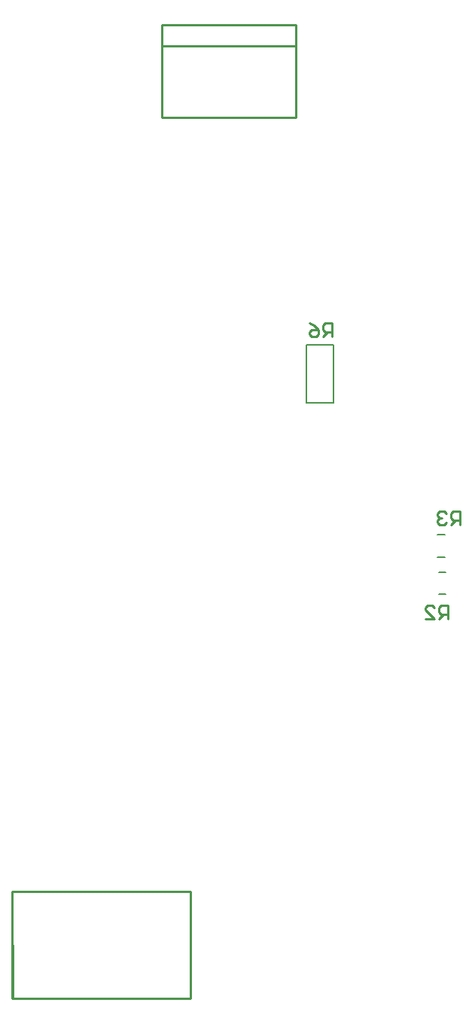
<source format=gbo>
G04 Layer_Color=13813960*
%FSLAX44Y44*%
%MOMM*%
G71*
G01*
G75*
%ADD41C,0.2000*%
%ADD42C,0.2540*%
D41*
X763080Y742750D02*
X771080D01*
X763080Y717750D02*
X771080D01*
X630810Y956524D02*
X645810D01*
Y891024D02*
Y956524D01*
X615809Y891024D02*
X645810D01*
X615809D02*
Y956524D01*
X630810D01*
X764350Y700840D02*
X772350D01*
X764350Y675840D02*
X772350D01*
D42*
X453320Y1212220D02*
X603320D01*
Y1292220D01*
X453320D02*
X603320D01*
X453320Y1212220D02*
Y1292220D01*
X603250D02*
X603320D01*
X603250D02*
Y1315720D01*
X453320D02*
X603250D01*
X453320Y1292220D02*
Y1315720D01*
X284810Y341310D02*
X484810D01*
X284810Y221310D02*
Y341310D01*
X484810Y281310D02*
Y341310D01*
X284810Y281310D02*
X284880D01*
Y221310D02*
Y281310D01*
Y221310D02*
X484810D01*
Y281310D01*
X774700Y647700D02*
Y662935D01*
X767083D01*
X764543Y660396D01*
Y655318D01*
X767083Y652778D01*
X774700D01*
X769622D02*
X764543Y647700D01*
X749308D02*
X759465D01*
X749308Y657857D01*
Y660396D01*
X751847Y662935D01*
X756926D01*
X759465Y660396D01*
X787908Y754126D02*
Y769361D01*
X780291D01*
X777751Y766822D01*
Y761743D01*
X780291Y759204D01*
X787908D01*
X782830D02*
X777751Y754126D01*
X772673Y766822D02*
X770134Y769361D01*
X765055D01*
X762516Y766822D01*
Y764283D01*
X765055Y761743D01*
X767595D01*
X765055D01*
X762516Y759204D01*
Y756665D01*
X765055Y754126D01*
X770134D01*
X772673Y756665D01*
X644144Y965200D02*
Y980435D01*
X636526D01*
X633987Y977896D01*
Y972818D01*
X636526Y970278D01*
X644144D01*
X639066D02*
X633987Y965200D01*
X618752Y980435D02*
X623831Y977896D01*
X628909Y972818D01*
Y967739D01*
X626370Y965200D01*
X621291D01*
X618752Y967739D01*
Y970278D01*
X621291Y972818D01*
X628909D01*
M02*

</source>
